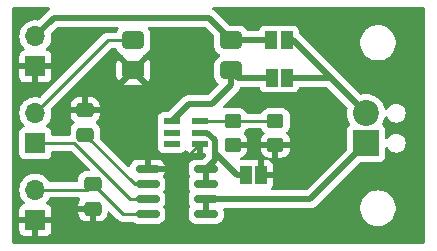
<source format=gtl>
G04 #@! TF.GenerationSoftware,KiCad,Pcbnew,7.0.2*
G04 #@! TF.CreationDate,2023-05-22T14:58:51+02:00*
G04 #@! TF.ProjectId,relaismsofet correctie,72656c61-6973-46d7-936f-66657420636f,rev?*
G04 #@! TF.SameCoordinates,Original*
G04 #@! TF.FileFunction,Copper,L1,Top*
G04 #@! TF.FilePolarity,Positive*
%FSLAX46Y46*%
G04 Gerber Fmt 4.6, Leading zero omitted, Abs format (unit mm)*
G04 Created by KiCad (PCBNEW 7.0.2) date 2023-05-22 14:58:51*
%MOMM*%
%LPD*%
G01*
G04 APERTURE LIST*
G04 Aperture macros list*
%AMRoundRect*
0 Rectangle with rounded corners*
0 $1 Rounding radius*
0 $2 $3 $4 $5 $6 $7 $8 $9 X,Y pos of 4 corners*
0 Add a 4 corners polygon primitive as box body*
4,1,4,$2,$3,$4,$5,$6,$7,$8,$9,$2,$3,0*
0 Add four circle primitives for the rounded corners*
1,1,$1+$1,$2,$3*
1,1,$1+$1,$4,$5*
1,1,$1+$1,$6,$7*
1,1,$1+$1,$8,$9*
0 Add four rect primitives between the rounded corners*
20,1,$1+$1,$2,$3,$4,$5,0*
20,1,$1+$1,$4,$5,$6,$7,0*
20,1,$1+$1,$6,$7,$8,$9,0*
20,1,$1+$1,$8,$9,$2,$3,0*%
G04 Aperture macros list end*
G04 #@! TA.AperFunction,SMDPad,CuDef*
%ADD10R,1.000000X1.500000*%
G04 #@! TD*
G04 #@! TA.AperFunction,SMDPad,CuDef*
%ADD11RoundRect,0.375000X0.575000X0.375000X-0.575000X0.375000X-0.575000X-0.375000X0.575000X-0.375000X0*%
G04 #@! TD*
G04 #@! TA.AperFunction,SMDPad,CuDef*
%ADD12RoundRect,0.041300X-0.643700X-0.253700X0.643700X-0.253700X0.643700X0.253700X-0.643700X0.253700X0*%
G04 #@! TD*
G04 #@! TA.AperFunction,SMDPad,CuDef*
%ADD13RoundRect,0.250000X-0.450000X0.350000X-0.450000X-0.350000X0.450000X-0.350000X0.450000X0.350000X0*%
G04 #@! TD*
G04 #@! TA.AperFunction,SMDPad,CuDef*
%ADD14RoundRect,0.250000X0.475000X-0.337500X0.475000X0.337500X-0.475000X0.337500X-0.475000X-0.337500X0*%
G04 #@! TD*
G04 #@! TA.AperFunction,ComponentPad*
%ADD15R,2.200000X2.200000*%
G04 #@! TD*
G04 #@! TA.AperFunction,ComponentPad*
%ADD16C,2.200000*%
G04 #@! TD*
G04 #@! TA.AperFunction,SMDPad,CuDef*
%ADD17RoundRect,0.250000X-0.475000X0.337500X-0.475000X-0.337500X0.475000X-0.337500X0.475000X0.337500X0*%
G04 #@! TD*
G04 #@! TA.AperFunction,SMDPad,CuDef*
%ADD18RoundRect,0.150000X0.825000X0.150000X-0.825000X0.150000X-0.825000X-0.150000X0.825000X-0.150000X0*%
G04 #@! TD*
G04 #@! TA.AperFunction,ComponentPad*
%ADD19R,1.700000X1.700000*%
G04 #@! TD*
G04 #@! TA.AperFunction,ComponentPad*
%ADD20O,1.700000X1.700000*%
G04 #@! TD*
G04 #@! TA.AperFunction,ViaPad*
%ADD21C,0.800000*%
G04 #@! TD*
G04 #@! TA.AperFunction,Conductor*
%ADD22C,0.500000*%
G04 #@! TD*
G04 #@! TA.AperFunction,Conductor*
%ADD23C,0.250000*%
G04 #@! TD*
G04 APERTURE END LIST*
D10*
X99825000Y-86200000D03*
X101125000Y-86200000D03*
X101975000Y-74800000D03*
X103275000Y-74800000D03*
D11*
X90274996Y-74805000D03*
X90274996Y-77345000D03*
X98574996Y-77345000D03*
X98574996Y-74805000D03*
D10*
X103300000Y-77950000D03*
X102000000Y-77950000D03*
D12*
X93550000Y-81650000D03*
X93550000Y-82600000D03*
X93550000Y-83550000D03*
X95900000Y-83550000D03*
X95900000Y-82600000D03*
X95900000Y-81650000D03*
D13*
X102325000Y-81625000D03*
X102325000Y-83625000D03*
X98725000Y-81625000D03*
X98725000Y-83625000D03*
D14*
X86207600Y-82774700D03*
X86207600Y-80699700D03*
D15*
X110000000Y-83500000D03*
D16*
X110000000Y-80960000D03*
D17*
X86868000Y-86962500D03*
X86868000Y-89037500D03*
D18*
X96450000Y-89505000D03*
X96450000Y-88235000D03*
X96450000Y-86965000D03*
X96450000Y-85695000D03*
X91500000Y-85695000D03*
X91500000Y-86965000D03*
X91500000Y-88235000D03*
X91500000Y-89505000D03*
D19*
X82000000Y-77000000D03*
D20*
X82000000Y-74460000D03*
D19*
X82000000Y-83500000D03*
D20*
X82000000Y-80960000D03*
D19*
X82000000Y-90000000D03*
D20*
X82000000Y-87460000D03*
D21*
X91200000Y-84250000D03*
X103625000Y-86025000D03*
D22*
X103840000Y-74800000D02*
X103275000Y-74800000D01*
X98574996Y-74805000D02*
X101970000Y-74805000D01*
X101970000Y-74805000D02*
X101975000Y-74800000D01*
D23*
X91500000Y-86965000D02*
X90397900Y-86965000D01*
X90397900Y-86965000D02*
X86207600Y-82774700D01*
X94875000Y-84575000D02*
X91525000Y-84575000D01*
X91525000Y-84575000D02*
X91200000Y-84250000D01*
X95900000Y-83550000D02*
X94875000Y-84575000D01*
X91500000Y-89505000D02*
X89410500Y-89505000D01*
X89410500Y-89505000D02*
X86868000Y-86962500D01*
X86370500Y-87460000D02*
X82000000Y-87460000D01*
X86868000Y-86962500D02*
X86370500Y-87460000D01*
X88145000Y-74805000D02*
X90274996Y-74805000D01*
X82000000Y-80960000D02*
X82000000Y-80950000D01*
X82000000Y-80950000D02*
X88145000Y-74805000D01*
X85307227Y-83500000D02*
X82000000Y-83500000D01*
X91500000Y-88235000D02*
X90042227Y-88235000D01*
X90042227Y-88235000D02*
X85307227Y-83500000D01*
D22*
X103840000Y-74800000D02*
X110000000Y-80960000D01*
X96669996Y-72900000D02*
X98574996Y-74805000D01*
X83560000Y-72900000D02*
X96669996Y-72900000D01*
X103300000Y-77950000D02*
X106990000Y-77950000D01*
X82000000Y-74460000D02*
X83560000Y-72900000D01*
X106990000Y-77950000D02*
X110000000Y-80960000D01*
X96450000Y-89505000D02*
X96450000Y-88235000D01*
X105265000Y-88235000D02*
X96450000Y-88235000D01*
X110000000Y-83500000D02*
X105265000Y-88235000D01*
X96450000Y-85695000D02*
X97200000Y-84945000D01*
X97200000Y-83257797D02*
X96542203Y-82600000D01*
X96542203Y-82600000D02*
X95900000Y-82600000D01*
X97200000Y-84945000D02*
X97200000Y-83257797D01*
X99825000Y-86200000D02*
X99075000Y-86200000D01*
X99075000Y-86200000D02*
X97200000Y-84325000D01*
X96450000Y-86965000D02*
X96450000Y-85695000D01*
X97200000Y-84325000D02*
X97200000Y-83257797D01*
X99179996Y-77950000D02*
X98574996Y-77345000D01*
X98574996Y-78600004D02*
X98574996Y-77345000D01*
X95000000Y-80200000D02*
X96975000Y-80200000D01*
X93550000Y-81650000D02*
X95000000Y-80200000D01*
X96975000Y-80200000D02*
X98574996Y-78600004D01*
X102000000Y-77950000D02*
X99179996Y-77950000D01*
D23*
X102325000Y-81625000D02*
X98725000Y-81625000D01*
X95900000Y-81650000D02*
X98700000Y-81650000D01*
X98700000Y-81650000D02*
X98725000Y-81625000D01*
G04 #@! TA.AperFunction,Conductor*
G36*
X83200149Y-72020185D02*
G01*
X83245904Y-72072989D01*
X83255848Y-72142147D01*
X83226823Y-72205703D01*
X83201248Y-72228101D01*
X83153901Y-72259241D01*
X83150861Y-72261178D01*
X83085359Y-72301580D01*
X83069916Y-72314160D01*
X83017052Y-72370191D01*
X83014541Y-72372776D01*
X82306176Y-73081141D01*
X82244853Y-73114626D01*
X82198087Y-73115769D01*
X82112570Y-73101500D01*
X82112569Y-73101500D01*
X81887431Y-73101500D01*
X81665363Y-73138556D01*
X81452427Y-73211657D01*
X81254424Y-73318811D01*
X81076760Y-73457094D01*
X80924279Y-73622730D01*
X80801138Y-73811211D01*
X80716272Y-74004689D01*
X80710704Y-74017384D01*
X80671553Y-74171987D01*
X80655435Y-74235636D01*
X80636843Y-74460000D01*
X80655435Y-74684363D01*
X80655435Y-74684366D01*
X80655436Y-74684368D01*
X80703879Y-74875665D01*
X80710705Y-74902618D01*
X80801138Y-75108788D01*
X80801140Y-75108791D01*
X80924278Y-75297268D01*
X81056901Y-75441334D01*
X81075706Y-75461761D01*
X81106629Y-75524416D01*
X81098769Y-75593842D01*
X81054622Y-75647998D01*
X81027811Y-75661927D01*
X80907911Y-75706647D01*
X80792811Y-75792811D01*
X80706647Y-75907910D01*
X80656400Y-76042628D01*
X80650354Y-76098867D01*
X80650000Y-76105481D01*
X80650000Y-76750000D01*
X81566314Y-76750000D01*
X81540507Y-76790156D01*
X81500000Y-76928111D01*
X81500000Y-77071889D01*
X81540507Y-77209844D01*
X81566314Y-77250000D01*
X80650000Y-77250000D01*
X80650000Y-77894518D01*
X80650354Y-77901132D01*
X80656400Y-77957371D01*
X80706647Y-78092089D01*
X80792811Y-78207188D01*
X80907910Y-78293352D01*
X81042628Y-78343599D01*
X81098867Y-78349645D01*
X81105482Y-78350000D01*
X81750000Y-78350000D01*
X81750000Y-77435501D01*
X81857685Y-77484680D01*
X81964237Y-77500000D01*
X82035763Y-77500000D01*
X82142315Y-77484680D01*
X82250000Y-77435501D01*
X82250000Y-78350000D01*
X82894518Y-78350000D01*
X82901132Y-78349645D01*
X82957371Y-78343599D01*
X83092089Y-78293352D01*
X83207188Y-78207188D01*
X83293352Y-78092089D01*
X83343599Y-77957371D01*
X83349645Y-77901132D01*
X83350000Y-77894518D01*
X83350000Y-77250000D01*
X82433686Y-77250000D01*
X82459493Y-77209844D01*
X82500000Y-77071889D01*
X82500000Y-76928111D01*
X82459493Y-76790156D01*
X82433686Y-76750000D01*
X83350000Y-76750000D01*
X83350000Y-76105481D01*
X83349645Y-76098867D01*
X83343599Y-76042628D01*
X83293352Y-75907910D01*
X83207188Y-75792811D01*
X83092089Y-75706647D01*
X82972188Y-75661927D01*
X82916255Y-75620055D01*
X82891838Y-75554591D01*
X82906690Y-75486318D01*
X82924289Y-75461766D01*
X83075722Y-75297268D01*
X83198860Y-75108791D01*
X83289296Y-74902616D01*
X83344564Y-74684368D01*
X83363156Y-74460000D01*
X83345674Y-74249029D01*
X83359754Y-74180595D01*
X83381565Y-74151114D01*
X83837861Y-73694819D01*
X83899185Y-73661334D01*
X83925543Y-73658500D01*
X88927921Y-73658500D01*
X88994960Y-73678185D01*
X89040715Y-73730989D01*
X89050659Y-73800147D01*
X89024287Y-73860536D01*
X88954949Y-73946160D01*
X88874630Y-74103795D01*
X88826655Y-74154591D01*
X88764145Y-74171500D01*
X88228628Y-74171500D01*
X88207892Y-74169211D01*
X88205091Y-74169299D01*
X88137001Y-74171439D01*
X88133106Y-74171500D01*
X88105144Y-74171500D01*
X88101290Y-74171986D01*
X88101283Y-74171987D01*
X88101025Y-74172020D01*
X88089402Y-74172934D01*
X88045110Y-74174326D01*
X88025507Y-74180022D01*
X88006455Y-74183967D01*
X87986199Y-74186526D01*
X87944997Y-74202838D01*
X87933951Y-74206621D01*
X87891402Y-74218983D01*
X87873831Y-74229374D01*
X87856370Y-74237929D01*
X87837383Y-74245447D01*
X87801542Y-74271487D01*
X87791780Y-74277899D01*
X87753639Y-74300455D01*
X87739196Y-74314898D01*
X87724409Y-74327527D01*
X87707892Y-74339528D01*
X87679652Y-74373663D01*
X87671792Y-74382301D01*
X82449102Y-79604991D01*
X82387779Y-79638476D01*
X82341012Y-79639619D01*
X82112569Y-79601500D01*
X81887431Y-79601500D01*
X81665363Y-79638556D01*
X81452427Y-79711657D01*
X81254424Y-79818811D01*
X81076760Y-79957094D01*
X80924279Y-80122730D01*
X80801138Y-80311211D01*
X80711091Y-80516501D01*
X80710704Y-80517384D01*
X80670544Y-80675971D01*
X80655435Y-80735636D01*
X80636843Y-80960000D01*
X80655435Y-81184363D01*
X80655435Y-81184366D01*
X80655436Y-81184368D01*
X80699141Y-81356956D01*
X80710705Y-81402618D01*
X80801138Y-81608788D01*
X80924281Y-81797273D01*
X81069489Y-81955009D01*
X81100412Y-82017663D01*
X81092552Y-82087089D01*
X81048405Y-82141245D01*
X81021595Y-82155173D01*
X80903795Y-82199111D01*
X80786738Y-82286738D01*
X80699110Y-82403796D01*
X80648011Y-82540794D01*
X80644438Y-82574030D01*
X80641500Y-82601362D01*
X80641500Y-84398638D01*
X80641852Y-84401918D01*
X80641853Y-84401924D01*
X80648011Y-84459205D01*
X80699110Y-84596203D01*
X80786738Y-84713261D01*
X80903796Y-84800889D01*
X81040794Y-84851988D01*
X81040797Y-84851988D01*
X81040799Y-84851989D01*
X81101362Y-84858500D01*
X81104672Y-84858500D01*
X82895328Y-84858500D01*
X82898638Y-84858500D01*
X82959201Y-84851989D01*
X82959203Y-84851988D01*
X82959205Y-84851988D01*
X83037124Y-84822924D01*
X83096204Y-84800889D01*
X83213261Y-84713261D01*
X83300889Y-84596204D01*
X83322924Y-84537124D01*
X83351988Y-84459205D01*
X83351988Y-84459203D01*
X83351989Y-84459201D01*
X83358500Y-84398638D01*
X83358500Y-84257500D01*
X83378185Y-84190461D01*
X83430989Y-84144706D01*
X83482500Y-84133500D01*
X84993461Y-84133500D01*
X85060500Y-84153185D01*
X85081142Y-84169819D01*
X86566142Y-85654819D01*
X86599627Y-85716142D01*
X86594643Y-85785834D01*
X86552771Y-85841767D01*
X86487307Y-85866184D01*
X86478462Y-85866500D01*
X86345605Y-85866500D01*
X86345585Y-85866500D01*
X86342456Y-85866501D01*
X86339325Y-85866820D01*
X86339321Y-85866821D01*
X86238574Y-85877112D01*
X86070263Y-85932884D01*
X85919345Y-86025971D01*
X85793971Y-86151345D01*
X85700884Y-86302263D01*
X85645112Y-86470573D01*
X85634819Y-86571324D01*
X85634818Y-86571341D01*
X85634500Y-86574455D01*
X85634500Y-86577601D01*
X85634500Y-86577602D01*
X85634500Y-86702500D01*
X85614815Y-86769539D01*
X85562011Y-86815294D01*
X85510500Y-86826500D01*
X83275956Y-86826500D01*
X83208917Y-86806815D01*
X83172147Y-86770321D01*
X83075723Y-86622732D01*
X82999481Y-86539913D01*
X82923240Y-86457094D01*
X82745576Y-86318811D01*
X82547574Y-86211658D01*
X82547573Y-86211657D01*
X82547572Y-86211657D01*
X82334636Y-86138556D01*
X82112569Y-86101500D01*
X81887431Y-86101500D01*
X81665363Y-86138556D01*
X81452427Y-86211657D01*
X81254424Y-86318811D01*
X81076760Y-86457094D01*
X80924279Y-86622730D01*
X80801138Y-86811211D01*
X80717485Y-87001924D01*
X80710704Y-87017384D01*
X80669763Y-87179056D01*
X80655435Y-87235636D01*
X80636843Y-87460000D01*
X80655435Y-87684363D01*
X80655435Y-87684366D01*
X80655436Y-87684368D01*
X80687715Y-87811836D01*
X80710705Y-87902618D01*
X80801138Y-88108788D01*
X80801140Y-88108791D01*
X80924277Y-88297267D01*
X80924279Y-88297269D01*
X81075706Y-88461761D01*
X81106629Y-88524416D01*
X81098769Y-88593842D01*
X81054622Y-88647998D01*
X81027811Y-88661927D01*
X80907911Y-88706647D01*
X80792811Y-88792811D01*
X80706647Y-88907910D01*
X80656400Y-89042628D01*
X80650354Y-89098867D01*
X80650000Y-89105481D01*
X80650000Y-89750000D01*
X81566314Y-89750000D01*
X81540507Y-89790156D01*
X81500000Y-89928111D01*
X81500000Y-90071889D01*
X81540507Y-90209844D01*
X81566314Y-90250000D01*
X80650000Y-90250000D01*
X80650000Y-90894518D01*
X80650354Y-90901132D01*
X80656400Y-90957371D01*
X80706647Y-91092089D01*
X80792811Y-91207188D01*
X80907910Y-91293352D01*
X81042628Y-91343599D01*
X81098867Y-91349645D01*
X81105482Y-91350000D01*
X81750000Y-91350000D01*
X81750000Y-90435501D01*
X81857685Y-90484680D01*
X81964237Y-90500000D01*
X82035763Y-90500000D01*
X82142315Y-90484680D01*
X82250000Y-90435501D01*
X82250000Y-91350000D01*
X82894518Y-91350000D01*
X82901132Y-91349645D01*
X82957371Y-91343599D01*
X83092089Y-91293352D01*
X83207188Y-91207188D01*
X83293352Y-91092089D01*
X83343599Y-90957371D01*
X83349645Y-90901132D01*
X83350000Y-90894518D01*
X83350000Y-90250000D01*
X82433686Y-90250000D01*
X82459493Y-90209844D01*
X82500000Y-90071889D01*
X82500000Y-89928111D01*
X82459493Y-89790156D01*
X82433686Y-89750000D01*
X83350000Y-89750000D01*
X83350000Y-89287500D01*
X85643001Y-89287500D01*
X85643001Y-89421829D01*
X85643321Y-89428111D01*
X85653493Y-89527695D01*
X85708642Y-89694122D01*
X85800683Y-89843345D01*
X85924654Y-89967316D01*
X86073877Y-90059357D01*
X86240303Y-90114506D01*
X86339890Y-90124680D01*
X86346168Y-90124999D01*
X86617999Y-90124999D01*
X86618000Y-90124998D01*
X86618000Y-89287500D01*
X85643001Y-89287500D01*
X83350000Y-89287500D01*
X83350000Y-89105481D01*
X83349645Y-89098867D01*
X83343599Y-89042628D01*
X83293352Y-88907910D01*
X83207188Y-88792811D01*
X83092089Y-88706647D01*
X82972188Y-88661927D01*
X82916255Y-88620055D01*
X82891838Y-88554591D01*
X82906690Y-88486318D01*
X82924289Y-88461766D01*
X83075722Y-88297268D01*
X83116308Y-88235147D01*
X83172147Y-88149679D01*
X83225294Y-88104322D01*
X83275956Y-88093500D01*
X85663724Y-88093500D01*
X85730763Y-88113185D01*
X85776518Y-88165989D01*
X85786462Y-88235147D01*
X85769263Y-88282597D01*
X85708641Y-88380879D01*
X85653493Y-88547303D01*
X85643319Y-88646890D01*
X85643000Y-88653168D01*
X85643000Y-88787500D01*
X86994000Y-88787500D01*
X87061039Y-88807185D01*
X87106794Y-88859989D01*
X87118000Y-88911500D01*
X87118000Y-90124999D01*
X87389829Y-90124999D01*
X87396111Y-90124678D01*
X87495695Y-90114506D01*
X87662122Y-90059357D01*
X87811345Y-89967316D01*
X87935316Y-89843345D01*
X88027357Y-89694122D01*
X88082506Y-89527696D01*
X88092680Y-89428109D01*
X88092999Y-89421833D01*
X88092999Y-89382769D01*
X88112682Y-89315729D01*
X88165485Y-89269973D01*
X88234643Y-89260028D01*
X88298200Y-89289051D01*
X88304680Y-89295085D01*
X88903412Y-89893817D01*
X88916456Y-89910098D01*
X88918499Y-89912016D01*
X88918500Y-89912018D01*
X88968184Y-89958674D01*
X88970948Y-89961353D01*
X88990730Y-89981135D01*
X88993806Y-89983521D01*
X88994003Y-89983674D01*
X89002872Y-89991249D01*
X89035179Y-90021586D01*
X89053064Y-90031418D01*
X89069325Y-90042099D01*
X89085459Y-90054614D01*
X89126125Y-90072210D01*
X89136612Y-90077348D01*
X89175440Y-90098695D01*
X89195208Y-90103770D01*
X89213619Y-90110073D01*
X89232355Y-90118181D01*
X89276126Y-90125113D01*
X89287541Y-90127477D01*
X89330470Y-90138500D01*
X89350884Y-90138500D01*
X89370283Y-90140027D01*
X89390443Y-90143220D01*
X89434556Y-90139050D01*
X89446226Y-90138500D01*
X90175877Y-90138500D01*
X90242916Y-90158185D01*
X90263558Y-90174819D01*
X90268191Y-90179452D01*
X90411399Y-90264145D01*
X90571165Y-90310561D01*
X90571169Y-90310562D01*
X90608498Y-90313500D01*
X90610943Y-90313500D01*
X92389057Y-90313500D01*
X92391502Y-90313500D01*
X92428831Y-90310562D01*
X92588601Y-90264145D01*
X92731807Y-90179453D01*
X92849453Y-90061807D01*
X92934145Y-89918601D01*
X92980562Y-89758831D01*
X92983500Y-89721502D01*
X92983500Y-89288498D01*
X92980562Y-89251169D01*
X92934145Y-89091399D01*
X92934144Y-89091398D01*
X92841479Y-88934709D01*
X92845197Y-88932509D01*
X92825464Y-88896396D01*
X92830427Y-88826703D01*
X92843441Y-88806451D01*
X92841479Y-88805291D01*
X92880748Y-88738890D01*
X92934145Y-88648601D01*
X92980562Y-88488831D01*
X92983500Y-88451502D01*
X92983500Y-88018498D01*
X92980562Y-87981169D01*
X92957740Y-87902616D01*
X92934145Y-87821399D01*
X92841479Y-87664709D01*
X92845197Y-87662509D01*
X92825464Y-87626396D01*
X92830427Y-87556703D01*
X92843441Y-87536451D01*
X92841479Y-87535291D01*
X92890743Y-87451989D01*
X92934145Y-87378601D01*
X92980562Y-87218831D01*
X92983500Y-87181502D01*
X92983500Y-86748498D01*
X92980562Y-86711169D01*
X92978043Y-86702500D01*
X92934145Y-86551399D01*
X92841479Y-86394709D01*
X92843134Y-86393729D01*
X92819446Y-86350347D01*
X92824430Y-86280655D01*
X92836866Y-86261316D01*
X92834709Y-86260040D01*
X92926280Y-86105200D01*
X92972099Y-85947488D01*
X92972295Y-85945000D01*
X91374000Y-85945000D01*
X91306961Y-85925315D01*
X91261206Y-85872511D01*
X91250000Y-85821000D01*
X91250000Y-84895000D01*
X91750000Y-84895000D01*
X91750000Y-85445000D01*
X92972295Y-85445000D01*
X92972295Y-85444999D01*
X92972099Y-85442511D01*
X92926280Y-85284799D01*
X92842682Y-85143442D01*
X92726557Y-85027317D01*
X92585197Y-84943717D01*
X92427493Y-84897900D01*
X92393076Y-84895191D01*
X92388197Y-84895000D01*
X91750000Y-84895000D01*
X91250000Y-84895000D01*
X90611803Y-84895000D01*
X90606923Y-84895191D01*
X90572506Y-84897900D01*
X90414802Y-84943717D01*
X90273442Y-85027317D01*
X90157317Y-85143442D01*
X90073717Y-85284802D01*
X90028632Y-85439985D01*
X89991026Y-85498871D01*
X89927553Y-85528077D01*
X89858366Y-85518331D01*
X89821875Y-85493071D01*
X87477418Y-83148614D01*
X87443933Y-83087291D01*
X87441099Y-83060933D01*
X87441099Y-82389804D01*
X87441099Y-82389802D01*
X87441099Y-82386656D01*
X87430487Y-82282774D01*
X87374715Y-82114462D01*
X87281630Y-81963548D01*
X87281629Y-81963547D01*
X87281628Y-81963545D01*
X87156251Y-81838168D01*
X87155563Y-81837744D01*
X87153201Y-81835118D01*
X87146004Y-81827921D01*
X87146384Y-81827540D01*
X87108838Y-81785796D01*
X87097617Y-81716833D01*
X87125460Y-81652751D01*
X87142308Y-81638153D01*
X87274916Y-81505545D01*
X87366957Y-81356322D01*
X87422106Y-81189896D01*
X87432280Y-81090309D01*
X87432600Y-81084031D01*
X87432600Y-80949700D01*
X84982601Y-80949700D01*
X84982601Y-81084029D01*
X84982921Y-81090311D01*
X84993093Y-81189895D01*
X85048242Y-81356322D01*
X85140283Y-81505545D01*
X85274504Y-81639766D01*
X85272878Y-81641391D01*
X85306359Y-81678612D01*
X85317583Y-81747575D01*
X85289741Y-81811658D01*
X85259640Y-81837742D01*
X85258948Y-81838168D01*
X85133571Y-81963545D01*
X85040484Y-82114463D01*
X84984712Y-82282773D01*
X84974419Y-82383524D01*
X84974418Y-82383541D01*
X84974100Y-82386655D01*
X84974100Y-82604671D01*
X84974101Y-82742500D01*
X84954417Y-82809539D01*
X84901613Y-82855294D01*
X84850101Y-82866500D01*
X83482500Y-82866500D01*
X83415461Y-82846815D01*
X83369706Y-82794011D01*
X83358500Y-82742500D01*
X83358500Y-82604671D01*
X83358500Y-82601362D01*
X83351989Y-82540799D01*
X83351988Y-82540797D01*
X83351988Y-82540794D01*
X83300889Y-82403796D01*
X83213261Y-82286738D01*
X83096203Y-82199110D01*
X82978405Y-82155173D01*
X82922471Y-82113302D01*
X82898055Y-82047837D01*
X82912907Y-81979564D01*
X82930507Y-81955011D01*
X83075722Y-81797268D01*
X83198860Y-81608791D01*
X83289296Y-81402616D01*
X83344564Y-81184368D01*
X83363156Y-80960000D01*
X83344564Y-80735632D01*
X83314516Y-80616981D01*
X83317142Y-80547161D01*
X83347040Y-80498862D01*
X83396202Y-80449700D01*
X84982600Y-80449700D01*
X85957600Y-80449700D01*
X85957600Y-79612200D01*
X86457600Y-79612200D01*
X86457600Y-80449700D01*
X87432599Y-80449700D01*
X87432599Y-80315370D01*
X87432278Y-80309088D01*
X87422106Y-80209504D01*
X87366957Y-80043077D01*
X87274916Y-79893854D01*
X87150945Y-79769883D01*
X87001722Y-79677842D01*
X86835296Y-79622693D01*
X86735709Y-79612519D01*
X86729432Y-79612200D01*
X86457600Y-79612200D01*
X85957600Y-79612200D01*
X85685771Y-79612200D01*
X85679488Y-79612521D01*
X85579904Y-79622693D01*
X85413477Y-79677842D01*
X85264254Y-79769883D01*
X85140283Y-79893854D01*
X85048242Y-80043077D01*
X84993093Y-80209503D01*
X84982919Y-80309090D01*
X84982600Y-80315368D01*
X84982600Y-80449700D01*
X83396202Y-80449700D01*
X85293579Y-78552324D01*
X89421224Y-78552324D01*
X89581171Y-78592103D01*
X89621804Y-78594858D01*
X89625996Y-78595000D01*
X90923996Y-78595000D01*
X90928187Y-78594858D01*
X90968819Y-78592103D01*
X91128766Y-78552323D01*
X90274997Y-77698553D01*
X90274996Y-77698553D01*
X89421224Y-78552323D01*
X89421224Y-78552324D01*
X85293579Y-78552324D01*
X86051903Y-77794000D01*
X88824996Y-77794000D01*
X88825137Y-77798191D01*
X88827892Y-77838819D01*
X88873827Y-78023521D01*
X88958389Y-78194027D01*
X89009202Y-78257240D01*
X89921443Y-77345000D01*
X90628549Y-77345000D01*
X91540788Y-78257240D01*
X91540789Y-78257239D01*
X91591603Y-78194026D01*
X91676164Y-78023523D01*
X91722099Y-77838819D01*
X91724854Y-77798191D01*
X91724996Y-77794000D01*
X91724996Y-76895999D01*
X91724854Y-76891808D01*
X91722099Y-76851180D01*
X91676164Y-76666478D01*
X91591602Y-76495972D01*
X91540789Y-76432759D01*
X90628549Y-77344999D01*
X90628549Y-77345000D01*
X89921443Y-77345000D01*
X89009201Y-76432758D01*
X88958389Y-76495972D01*
X88873827Y-76666478D01*
X88827892Y-76851180D01*
X88825137Y-76891808D01*
X88824996Y-76895999D01*
X88824996Y-77794000D01*
X86051903Y-77794000D01*
X88371084Y-75474819D01*
X88432408Y-75441334D01*
X88458766Y-75438500D01*
X88764145Y-75438500D01*
X88831184Y-75458185D01*
X88874630Y-75506205D01*
X88919284Y-75593842D01*
X88954949Y-75663839D01*
X89071826Y-75808170D01*
X89216157Y-75925047D01*
X89357231Y-75996928D01*
X89408027Y-76044903D01*
X89424822Y-76112724D01*
X89420923Y-76137373D01*
X90274996Y-76991446D01*
X90274997Y-76991446D01*
X91129630Y-76136810D01*
X91130607Y-76070724D01*
X91169246Y-76012510D01*
X91192756Y-75996930D01*
X91333835Y-75925047D01*
X91478166Y-75808170D01*
X91595043Y-75663839D01*
X91679358Y-75498362D01*
X91727426Y-75318971D01*
X91733496Y-75241843D01*
X91733495Y-74368158D01*
X91727426Y-74291029D01*
X91679358Y-74111638D01*
X91595043Y-73946161D01*
X91525704Y-73860535D01*
X91498813Y-73796048D01*
X91511055Y-73727259D01*
X91558544Y-73676009D01*
X91622071Y-73658500D01*
X96304453Y-73658500D01*
X96371492Y-73678185D01*
X96392134Y-73694819D01*
X97080177Y-74382862D01*
X97113662Y-74444185D01*
X97116496Y-74470543D01*
X97116496Y-75239420D01*
X97116496Y-75239445D01*
X97116497Y-75241842D01*
X97116685Y-75244233D01*
X97116686Y-75244254D01*
X97122566Y-75318971D01*
X97170633Y-75498361D01*
X97240759Y-75635989D01*
X97254949Y-75663839D01*
X97371826Y-75808170D01*
X97516157Y-75925047D01*
X97588007Y-75961656D01*
X97593617Y-75964515D01*
X97644413Y-76012490D01*
X97661208Y-76080311D01*
X97638670Y-76146446D01*
X97593617Y-76185485D01*
X97516156Y-76224953D01*
X97371826Y-76341830D01*
X97254949Y-76486160D01*
X97170633Y-76651637D01*
X97122566Y-76831029D01*
X97116687Y-76905722D01*
X97116686Y-76905738D01*
X97116496Y-76908157D01*
X97116496Y-76910601D01*
X97116496Y-76910602D01*
X97116496Y-77779420D01*
X97116496Y-77779445D01*
X97116497Y-77781842D01*
X97116685Y-77784233D01*
X97116686Y-77784254D01*
X97122566Y-77858971D01*
X97170633Y-78038361D01*
X97254949Y-78203839D01*
X97368124Y-78343599D01*
X97371827Y-78348171D01*
X97476053Y-78432571D01*
X97515765Y-78490058D01*
X97518093Y-78559888D01*
X97485699Y-78616618D01*
X96697138Y-79405181D01*
X96635815Y-79438666D01*
X96609457Y-79441500D01*
X95064295Y-79441500D01*
X95046325Y-79440191D01*
X95032233Y-79438127D01*
X95022211Y-79436659D01*
X95022210Y-79436659D01*
X94972274Y-79441028D01*
X94961467Y-79441500D01*
X94955820Y-79441500D01*
X94952258Y-79441916D01*
X94952246Y-79441917D01*
X94924682Y-79445139D01*
X94921097Y-79445505D01*
X94844419Y-79452214D01*
X94824973Y-79456524D01*
X94752652Y-79482847D01*
X94749249Y-79484030D01*
X94676160Y-79508250D01*
X94658239Y-79516925D01*
X94593901Y-79559241D01*
X94590861Y-79561178D01*
X94525359Y-79601580D01*
X94509916Y-79614160D01*
X94457052Y-79670191D01*
X94454541Y-79672776D01*
X93317138Y-80810181D01*
X93255815Y-80843666D01*
X93229457Y-80846500D01*
X92863256Y-80846500D01*
X92859591Y-80846940D01*
X92859592Y-80846940D01*
X92774899Y-80857110D01*
X92634305Y-80912554D01*
X92513877Y-81003877D01*
X92422554Y-81124305D01*
X92367110Y-81264899D01*
X92367110Y-81264903D01*
X92356500Y-81353256D01*
X92356500Y-81946744D01*
X92356940Y-81950407D01*
X92367110Y-82035100D01*
X92384623Y-82079508D01*
X92390905Y-82149094D01*
X92384624Y-82170486D01*
X92367110Y-82214898D01*
X92357996Y-82290799D01*
X92356500Y-82303256D01*
X92356500Y-82896744D01*
X92356940Y-82900407D01*
X92367110Y-82985099D01*
X92384624Y-83029511D01*
X92390905Y-83099098D01*
X92384624Y-83120489D01*
X92367110Y-83164900D01*
X92361260Y-83213617D01*
X92356500Y-83253256D01*
X92356500Y-83846744D01*
X92356940Y-83850407D01*
X92367110Y-83935100D01*
X92421152Y-84072138D01*
X92422555Y-84075696D01*
X92453664Y-84116718D01*
X92513877Y-84196122D01*
X92552999Y-84225789D01*
X92634304Y-84287445D01*
X92673214Y-84302789D01*
X92774899Y-84342889D01*
X92774901Y-84342889D01*
X92774903Y-84342890D01*
X92863256Y-84353500D01*
X92866956Y-84353500D01*
X94233044Y-84353500D01*
X94236744Y-84353500D01*
X94325097Y-84342890D01*
X94465696Y-84287445D01*
X94586122Y-84196122D01*
X94631530Y-84136243D01*
X94687721Y-84094721D01*
X94757442Y-84090169D01*
X94818556Y-84124033D01*
X94829136Y-84136243D01*
X94869943Y-84190054D01*
X94988510Y-84279966D01*
X95126931Y-84334553D01*
X95210258Y-84344559D01*
X95217622Y-84345000D01*
X95650000Y-84345000D01*
X95650000Y-83527500D01*
X95669685Y-83460461D01*
X95722489Y-83414706D01*
X95774000Y-83403500D01*
X96026000Y-83403500D01*
X96093039Y-83423185D01*
X96138794Y-83475989D01*
X96150000Y-83527500D01*
X96150000Y-84345000D01*
X96317499Y-84345000D01*
X96384538Y-84364685D01*
X96430293Y-84417489D01*
X96441499Y-84469000D01*
X96441499Y-84579457D01*
X96421814Y-84646496D01*
X96405180Y-84667138D01*
X96222138Y-84850181D01*
X96160815Y-84883666D01*
X96134457Y-84886500D01*
X95558498Y-84886500D01*
X95556077Y-84886690D01*
X95556065Y-84886691D01*
X95521165Y-84889438D01*
X95361399Y-84935854D01*
X95218191Y-85020547D01*
X95100547Y-85138191D01*
X95015854Y-85281399D01*
X94969438Y-85441165D01*
X94969137Y-85444999D01*
X94966500Y-85478498D01*
X94966500Y-85911502D01*
X94966690Y-85913923D01*
X94966691Y-85913934D01*
X94969438Y-85948834D01*
X95015854Y-86108600D01*
X95108521Y-86265291D01*
X95104802Y-86267490D01*
X95124543Y-86303642D01*
X95119559Y-86373334D01*
X95106565Y-86393552D01*
X95108521Y-86394709D01*
X95015854Y-86551399D01*
X94969438Y-86711165D01*
X94968424Y-86724058D01*
X94966500Y-86748498D01*
X94966500Y-87181502D01*
X94966690Y-87183923D01*
X94966691Y-87183934D01*
X94969438Y-87218834D01*
X95015854Y-87378600D01*
X95015855Y-87378601D01*
X95096457Y-87514892D01*
X95108521Y-87535290D01*
X95104804Y-87537488D01*
X95124552Y-87573680D01*
X95119545Y-87643370D01*
X95106571Y-87663557D01*
X95108521Y-87664710D01*
X95015854Y-87821399D01*
X94969438Y-87981165D01*
X94969438Y-87981169D01*
X94966500Y-88018498D01*
X94966500Y-88451502D01*
X94966690Y-88453923D01*
X94966691Y-88453934D01*
X94969438Y-88488834D01*
X95015854Y-88648600D01*
X95108521Y-88805291D01*
X95104802Y-88807490D01*
X95124543Y-88843642D01*
X95119559Y-88913334D01*
X95106568Y-88933555D01*
X95108521Y-88934710D01*
X95015854Y-89091399D01*
X94969438Y-89251165D01*
X94968741Y-89260028D01*
X94966500Y-89288498D01*
X94966500Y-89721502D01*
X94966690Y-89723923D01*
X94966691Y-89723934D01*
X94969438Y-89758834D01*
X95015854Y-89918600D01*
X95100547Y-90061808D01*
X95218191Y-90179452D01*
X95361399Y-90264145D01*
X95521165Y-90310561D01*
X95521169Y-90310562D01*
X95558498Y-90313500D01*
X95560943Y-90313500D01*
X97339057Y-90313500D01*
X97341502Y-90313500D01*
X97378831Y-90310562D01*
X97538601Y-90264145D01*
X97681807Y-90179453D01*
X97799453Y-90061807D01*
X97884145Y-89918601D01*
X97930562Y-89758831D01*
X97933500Y-89721502D01*
X97933500Y-89288498D01*
X97930562Y-89251169D01*
X97901779Y-89152095D01*
X97901858Y-89124334D01*
X109499500Y-89124334D01*
X109540429Y-89369615D01*
X109621170Y-89604805D01*
X109621172Y-89604810D01*
X109739526Y-89823509D01*
X109739529Y-89823514D01*
X109866975Y-89987255D01*
X109892262Y-90019744D01*
X110075215Y-90188164D01*
X110283393Y-90324173D01*
X110511119Y-90424063D01*
X110752179Y-90485108D01*
X110937933Y-90500500D01*
X110940503Y-90500500D01*
X111059497Y-90500500D01*
X111062067Y-90500500D01*
X111247821Y-90485108D01*
X111488881Y-90424063D01*
X111716607Y-90324173D01*
X111924785Y-90188164D01*
X112107738Y-90019744D01*
X112260474Y-89823509D01*
X112378828Y-89604810D01*
X112459571Y-89369614D01*
X112500500Y-89124335D01*
X112500500Y-88875665D01*
X112459571Y-88630386D01*
X112378828Y-88395190D01*
X112260474Y-88176491D01*
X112260471Y-88176487D01*
X112260470Y-88176485D01*
X112135609Y-88016065D01*
X112107738Y-87980256D01*
X111924785Y-87811836D01*
X111716607Y-87675827D01*
X111716604Y-87675825D01*
X111591523Y-87620960D01*
X111488881Y-87575937D01*
X111275128Y-87521807D01*
X111247822Y-87514892D01*
X111213854Y-87512077D01*
X111062067Y-87499500D01*
X110937933Y-87499500D01*
X110820111Y-87509262D01*
X110752177Y-87514892D01*
X110630087Y-87545810D01*
X110511119Y-87575937D01*
X110511116Y-87575938D01*
X110511117Y-87575938D01*
X110283395Y-87675825D01*
X110144607Y-87766499D01*
X110075215Y-87811836D01*
X109976600Y-87902618D01*
X109892259Y-87980259D01*
X109739529Y-88176485D01*
X109621170Y-88395194D01*
X109540429Y-88630384D01*
X109499500Y-88875665D01*
X109499500Y-89124334D01*
X97901858Y-89124334D01*
X97901978Y-89082225D01*
X97939920Y-89023555D01*
X98003559Y-88994712D01*
X98020855Y-88993500D01*
X105200706Y-88993500D01*
X105218676Y-88994809D01*
X105222114Y-88995312D01*
X105242789Y-88998341D01*
X105292726Y-88993971D01*
X105303533Y-88993500D01*
X105305571Y-88993500D01*
X105309180Y-88993500D01*
X105340370Y-88989853D01*
X105343851Y-88989498D01*
X105419426Y-88982887D01*
X105419429Y-88982885D01*
X105420594Y-88982784D01*
X105440015Y-88978478D01*
X105441110Y-88978079D01*
X105441113Y-88978079D01*
X105512414Y-88952126D01*
X105515708Y-88950981D01*
X105587738Y-88927114D01*
X105587742Y-88927111D01*
X105588863Y-88926740D01*
X105606751Y-88918080D01*
X105616755Y-88911500D01*
X105671103Y-88875753D01*
X105674129Y-88873826D01*
X105682764Y-88868500D01*
X105738651Y-88834030D01*
X105738655Y-88834025D01*
X105739650Y-88833412D01*
X105755069Y-88820853D01*
X105755870Y-88820003D01*
X105755874Y-88820001D01*
X105807962Y-88764789D01*
X105810408Y-88762271D01*
X109427861Y-85144819D01*
X109489185Y-85111334D01*
X109515543Y-85108500D01*
X111145328Y-85108500D01*
X111148638Y-85108500D01*
X111209201Y-85101989D01*
X111209203Y-85101988D01*
X111209205Y-85101988D01*
X111287124Y-85072924D01*
X111346204Y-85050889D01*
X111463261Y-84963261D01*
X111550889Y-84846204D01*
X111586872Y-84749732D01*
X111601988Y-84709205D01*
X111601988Y-84709203D01*
X111601989Y-84709201D01*
X111608500Y-84648638D01*
X111608500Y-83952548D01*
X111628185Y-83885509D01*
X111680989Y-83839754D01*
X111750147Y-83829810D01*
X111813703Y-83858835D01*
X111837492Y-83886574D01*
X111867983Y-83935100D01*
X111910185Y-84002264D01*
X112037735Y-84129814D01*
X112037737Y-84129815D01*
X112037738Y-84129816D01*
X112190478Y-84225789D01*
X112360745Y-84285368D01*
X112495046Y-84300500D01*
X112498530Y-84300500D01*
X112581470Y-84300500D01*
X112584954Y-84300500D01*
X112719255Y-84285368D01*
X112889522Y-84225789D01*
X113042262Y-84129816D01*
X113169816Y-84002262D01*
X113265789Y-83849522D01*
X113325368Y-83679255D01*
X113345565Y-83500000D01*
X113325368Y-83320745D01*
X113265789Y-83150478D01*
X113169816Y-82997738D01*
X113169815Y-82997737D01*
X113169814Y-82997735D01*
X113042264Y-82870185D01*
X112941158Y-82806656D01*
X112889522Y-82774211D01*
X112719255Y-82714632D01*
X112719251Y-82714631D01*
X112719250Y-82714631D01*
X112588420Y-82699890D01*
X112588410Y-82699889D01*
X112584954Y-82699500D01*
X112495046Y-82699500D01*
X112491590Y-82699889D01*
X112491579Y-82699890D01*
X112360749Y-82714631D01*
X112360746Y-82714631D01*
X112360745Y-82714632D01*
X112190478Y-82774211D01*
X112190476Y-82774211D01*
X112190476Y-82774212D01*
X112037735Y-82870185D01*
X111910184Y-82997736D01*
X111837494Y-83113423D01*
X111785159Y-83159714D01*
X111716106Y-83170362D01*
X111652257Y-83141987D01*
X111613885Y-83083598D01*
X111608500Y-83047451D01*
X111608500Y-82354671D01*
X111608500Y-82351362D01*
X111601989Y-82290799D01*
X111601988Y-82290797D01*
X111601988Y-82290794D01*
X111550889Y-82153796D01*
X111463262Y-82036740D01*
X111461071Y-82035100D01*
X111391524Y-81983037D01*
X111349654Y-81927104D01*
X111344670Y-81857413D01*
X111360109Y-81818981D01*
X111437616Y-81692502D01*
X111534505Y-81458591D01*
X111571148Y-81305960D01*
X111605937Y-81245370D01*
X111667963Y-81213205D01*
X111737532Y-81219681D01*
X111792556Y-81262740D01*
X111808761Y-81293950D01*
X111814209Y-81309518D01*
X111814210Y-81309520D01*
X111814211Y-81309522D01*
X111844016Y-81356956D01*
X111910185Y-81462264D01*
X112037735Y-81589814D01*
X112037737Y-81589815D01*
X112037738Y-81589816D01*
X112190478Y-81685789D01*
X112360745Y-81745368D01*
X112495046Y-81760500D01*
X112498530Y-81760500D01*
X112581470Y-81760500D01*
X112584954Y-81760500D01*
X112719255Y-81745368D01*
X112889522Y-81685789D01*
X113042262Y-81589816D01*
X113169816Y-81462262D01*
X113265789Y-81309522D01*
X113325368Y-81139255D01*
X113345565Y-80960000D01*
X113325368Y-80780745D01*
X113265789Y-80610478D01*
X113169816Y-80457738D01*
X113169815Y-80457737D01*
X113169814Y-80457735D01*
X113042264Y-80330185D01*
X112979867Y-80290979D01*
X112889522Y-80234211D01*
X112719255Y-80174632D01*
X112719251Y-80174631D01*
X112719250Y-80174631D01*
X112588420Y-80159890D01*
X112588410Y-80159889D01*
X112584954Y-80159500D01*
X112495046Y-80159500D01*
X112491590Y-80159889D01*
X112491579Y-80159890D01*
X112360749Y-80174631D01*
X112360746Y-80174631D01*
X112360745Y-80174632D01*
X112190478Y-80234211D01*
X112190476Y-80234211D01*
X112190476Y-80234212D01*
X112037735Y-80330185D01*
X111910185Y-80457735D01*
X111814209Y-80610480D01*
X111808761Y-80626050D01*
X111768037Y-80682824D01*
X111703084Y-80708569D01*
X111634522Y-80695111D01*
X111584121Y-80646722D01*
X111571147Y-80614037D01*
X111570292Y-80610476D01*
X111534505Y-80461409D01*
X111437616Y-80227498D01*
X111305328Y-80011624D01*
X111140898Y-79819102D01*
X110948376Y-79654672D01*
X110732502Y-79522384D01*
X110615546Y-79473939D01*
X110498590Y-79425494D01*
X110252404Y-79366391D01*
X110000000Y-79346526D01*
X109747593Y-79366391D01*
X109598580Y-79402165D01*
X109528798Y-79398674D01*
X109481953Y-79369272D01*
X107571804Y-77459123D01*
X107560021Y-77445489D01*
X107545469Y-77425942D01*
X107545467Y-77425940D01*
X107507060Y-77393712D01*
X107499085Y-77386404D01*
X105237015Y-75124334D01*
X109499500Y-75124334D01*
X109540429Y-75369615D01*
X109619053Y-75598638D01*
X109621172Y-75604810D01*
X109739526Y-75823509D01*
X109739529Y-75823514D01*
X109818556Y-75925047D01*
X109892262Y-76019744D01*
X110075215Y-76188164D01*
X110283393Y-76324173D01*
X110511119Y-76424063D01*
X110752179Y-76485108D01*
X110937933Y-76500500D01*
X110940503Y-76500500D01*
X111059497Y-76500500D01*
X111062067Y-76500500D01*
X111247821Y-76485108D01*
X111488881Y-76424063D01*
X111716607Y-76324173D01*
X111924785Y-76188164D01*
X112107738Y-76019744D01*
X112260474Y-75823509D01*
X112378828Y-75604810D01*
X112459571Y-75369614D01*
X112500500Y-75124335D01*
X112500500Y-74875665D01*
X112459571Y-74630386D01*
X112378828Y-74395190D01*
X112260474Y-74176491D01*
X112260471Y-74176487D01*
X112260470Y-74176485D01*
X112136636Y-74017384D01*
X112107738Y-73980256D01*
X111924785Y-73811836D01*
X111716607Y-73675827D01*
X111716604Y-73675825D01*
X111591523Y-73620960D01*
X111488881Y-73575937D01*
X111294904Y-73526815D01*
X111247822Y-73514892D01*
X111213854Y-73512077D01*
X111062067Y-73499500D01*
X110937933Y-73499500D01*
X110820111Y-73509262D01*
X110752177Y-73514892D01*
X110647107Y-73541500D01*
X110511119Y-73575937D01*
X110511116Y-73575938D01*
X110511117Y-73575938D01*
X110283395Y-73675825D01*
X110254323Y-73694819D01*
X110075215Y-73811836D01*
X109920026Y-73954698D01*
X109892259Y-73980259D01*
X109739529Y-74176485D01*
X109716531Y-74218982D01*
X109630385Y-74378167D01*
X109621170Y-74395194D01*
X109540429Y-74630384D01*
X109499500Y-74875665D01*
X109499500Y-75124334D01*
X105237015Y-75124334D01*
X104421804Y-74309123D01*
X104410021Y-74295489D01*
X104406700Y-74291028D01*
X104395469Y-74275942D01*
X104390160Y-74271487D01*
X104357060Y-74243712D01*
X104349085Y-74236404D01*
X104347653Y-74234972D01*
X104345101Y-74232420D01*
X104342276Y-74230186D01*
X104342269Y-74230180D01*
X104330588Y-74220944D01*
X104290211Y-74163922D01*
X104283499Y-74123677D01*
X104283499Y-74103795D01*
X104283500Y-74001362D01*
X104276989Y-73940799D01*
X104276988Y-73940797D01*
X104276988Y-73940794D01*
X104225889Y-73803796D01*
X104138261Y-73686738D01*
X104021203Y-73599110D01*
X103884205Y-73548011D01*
X103826924Y-73541853D01*
X103826918Y-73541852D01*
X103823638Y-73541500D01*
X102726362Y-73541500D01*
X102723082Y-73541852D01*
X102723075Y-73541853D01*
X102679854Y-73546500D01*
X102665799Y-73548011D01*
X102665798Y-73548011D01*
X102650314Y-73549676D01*
X102650172Y-73548364D01*
X102598635Y-73552048D01*
X102585285Y-73548127D01*
X102526924Y-73541853D01*
X102526918Y-73541852D01*
X102523638Y-73541500D01*
X101426362Y-73541500D01*
X101423082Y-73541852D01*
X101423075Y-73541853D01*
X101365794Y-73548011D01*
X101228796Y-73599110D01*
X101111738Y-73686738D01*
X101024110Y-73803796D01*
X100967567Y-73955392D01*
X100965706Y-73954698D01*
X100946812Y-74000310D01*
X100889418Y-74040156D01*
X100850263Y-74046500D01*
X100022156Y-74046500D01*
X99955117Y-74026815D01*
X99911672Y-73978796D01*
X99895044Y-73946162D01*
X99825705Y-73860536D01*
X99778166Y-73801830D01*
X99633835Y-73684953D01*
X99620552Y-73678185D01*
X99468358Y-73600637D01*
X99326876Y-73562727D01*
X99288967Y-73552570D01*
X99279713Y-73551841D01*
X99214273Y-73546691D01*
X99214258Y-73546690D01*
X99211839Y-73546500D01*
X99209394Y-73546500D01*
X98440539Y-73546500D01*
X98373500Y-73526815D01*
X98352858Y-73510181D01*
X97251800Y-72409123D01*
X97240017Y-72395489D01*
X97225465Y-72375942D01*
X97220150Y-72371482D01*
X97187056Y-72343712D01*
X97179081Y-72336404D01*
X97177649Y-72334972D01*
X97175097Y-72332420D01*
X97172274Y-72330187D01*
X97172263Y-72330178D01*
X97150508Y-72312976D01*
X97147715Y-72310701D01*
X97088744Y-72261219D01*
X97071959Y-72250525D01*
X97042700Y-72236881D01*
X96990261Y-72190708D01*
X96971110Y-72123515D01*
X96991327Y-72056634D01*
X97044493Y-72011300D01*
X97095106Y-72000500D01*
X114875500Y-72000500D01*
X114942539Y-72020185D01*
X114988294Y-72072989D01*
X114999500Y-72124500D01*
X114999500Y-91875500D01*
X114979815Y-91942539D01*
X114927011Y-91988294D01*
X114875500Y-91999500D01*
X80134000Y-91999500D01*
X80066961Y-91979815D01*
X80021206Y-91927011D01*
X80010000Y-91875500D01*
X80010000Y-72124500D01*
X80029685Y-72057461D01*
X80082489Y-72011706D01*
X80134000Y-72000500D01*
X83133110Y-72000500D01*
X83200149Y-72020185D01*
G37*
G04 #@! TD.AperFunction*
G04 #@! TA.AperFunction,Conductor*
G36*
X100942840Y-78728185D02*
G01*
X100988595Y-78780989D01*
X100992353Y-78794687D01*
X100992567Y-78794608D01*
X101049110Y-78946203D01*
X101136738Y-79063261D01*
X101253796Y-79150889D01*
X101390794Y-79201988D01*
X101390797Y-79201988D01*
X101390799Y-79201989D01*
X101451362Y-79208500D01*
X101454672Y-79208500D01*
X102545328Y-79208500D01*
X102548638Y-79208500D01*
X102609201Y-79201989D01*
X102609201Y-79201988D01*
X102624688Y-79200324D01*
X102624829Y-79201636D01*
X102676350Y-79197948D01*
X102689716Y-79201872D01*
X102690796Y-79201988D01*
X102690799Y-79201989D01*
X102751362Y-79208500D01*
X102754672Y-79208500D01*
X103845328Y-79208500D01*
X103848638Y-79208500D01*
X103909201Y-79201989D01*
X103909203Y-79201988D01*
X103909205Y-79201988D01*
X103987124Y-79172924D01*
X104046204Y-79150889D01*
X104163261Y-79063261D01*
X104250889Y-78946204D01*
X104265849Y-78906093D01*
X104307433Y-78794608D01*
X104310621Y-78795797D01*
X104327646Y-78754695D01*
X104385038Y-78714846D01*
X104424199Y-78708500D01*
X106624457Y-78708500D01*
X106691496Y-78728185D01*
X106712138Y-78744819D01*
X108409272Y-80441953D01*
X108442757Y-80503276D01*
X108442165Y-80558580D01*
X108406391Y-80707593D01*
X108386526Y-80960000D01*
X108406391Y-81212404D01*
X108465494Y-81458590D01*
X108467016Y-81462264D01*
X108562384Y-81692502D01*
X108639891Y-81818981D01*
X108658135Y-81886427D01*
X108637018Y-81953030D01*
X108608474Y-81983038D01*
X108536737Y-82036739D01*
X108449110Y-82153796D01*
X108398011Y-82290794D01*
X108391853Y-82348075D01*
X108391500Y-82351362D01*
X108391500Y-82354670D01*
X108391500Y-82354671D01*
X108391500Y-83984457D01*
X108371815Y-84051496D01*
X108355181Y-84072138D01*
X104987138Y-87440181D01*
X104925815Y-87473666D01*
X104899457Y-87476500D01*
X102103165Y-87476500D01*
X102036126Y-87456815D01*
X101990371Y-87404011D01*
X101980427Y-87334853D01*
X102003898Y-87278189D01*
X102068352Y-87192088D01*
X102118599Y-87057371D01*
X102124645Y-87001132D01*
X102125000Y-86994518D01*
X102125000Y-86450000D01*
X100999000Y-86450000D01*
X100931961Y-86430315D01*
X100886206Y-86377511D01*
X100875000Y-86326000D01*
X100875000Y-85950000D01*
X101375000Y-85950000D01*
X102125000Y-85950000D01*
X102125000Y-85405481D01*
X102124645Y-85398867D01*
X102118599Y-85342628D01*
X102068352Y-85207910D01*
X101982188Y-85092811D01*
X101867086Y-85006645D01*
X101748577Y-84962443D01*
X101713843Y-84936442D01*
X101664553Y-84950000D01*
X101375000Y-84950000D01*
X101375000Y-85950000D01*
X100875000Y-85950000D01*
X100875000Y-84950000D01*
X100580482Y-84950000D01*
X100573867Y-84950354D01*
X100502139Y-84958066D01*
X100501665Y-84953664D01*
X100460763Y-84956577D01*
X100443828Y-84951601D01*
X100434203Y-84948011D01*
X100376924Y-84941853D01*
X100376918Y-84941852D01*
X100373638Y-84941500D01*
X99411098Y-84941500D01*
X99344059Y-84921815D01*
X99298304Y-84869011D01*
X99288360Y-84799853D01*
X99317385Y-84736297D01*
X99372094Y-84699794D01*
X99494122Y-84659357D01*
X99643345Y-84567316D01*
X99767316Y-84443345D01*
X99859357Y-84294122D01*
X99914506Y-84127696D01*
X99924680Y-84028109D01*
X99925000Y-84021831D01*
X99925000Y-83875000D01*
X101125001Y-83875000D01*
X101125001Y-84021829D01*
X101125321Y-84028111D01*
X101135493Y-84127695D01*
X101190642Y-84294122D01*
X101282683Y-84443345D01*
X101406654Y-84567316D01*
X101555877Y-84659357D01*
X101703557Y-84708294D01*
X101742493Y-84735252D01*
X101800758Y-84722578D01*
X101804519Y-84722905D01*
X101821884Y-84724679D01*
X101828168Y-84724999D01*
X102074999Y-84724999D01*
X102075000Y-84724998D01*
X102075000Y-83875000D01*
X102575000Y-83875000D01*
X102575000Y-84724999D01*
X102821829Y-84724999D01*
X102828111Y-84724678D01*
X102927695Y-84714506D01*
X103094122Y-84659357D01*
X103243345Y-84567316D01*
X103367316Y-84443345D01*
X103459357Y-84294122D01*
X103514506Y-84127696D01*
X103524680Y-84028109D01*
X103525000Y-84021831D01*
X103525000Y-83875000D01*
X102575000Y-83875000D01*
X102075000Y-83875000D01*
X101125001Y-83875000D01*
X99925000Y-83875000D01*
X98599000Y-83875000D01*
X98531961Y-83855315D01*
X98486206Y-83802511D01*
X98475000Y-83751000D01*
X98475000Y-83499000D01*
X98494685Y-83431961D01*
X98547489Y-83386206D01*
X98599000Y-83375000D01*
X99924999Y-83375000D01*
X99924999Y-83228170D01*
X99924678Y-83221888D01*
X99914506Y-83122304D01*
X99859357Y-82955877D01*
X99767316Y-82806654D01*
X99679353Y-82718691D01*
X99645868Y-82657368D01*
X99650852Y-82587676D01*
X99679351Y-82543330D01*
X99774030Y-82448652D01*
X99854986Y-82317402D01*
X99906933Y-82270679D01*
X99960524Y-82258500D01*
X101089476Y-82258500D01*
X101156515Y-82278185D01*
X101195013Y-82317401D01*
X101215961Y-82351362D01*
X101275971Y-82448654D01*
X101370646Y-82543329D01*
X101404131Y-82604652D01*
X101399147Y-82674344D01*
X101370647Y-82718691D01*
X101282681Y-82806656D01*
X101190642Y-82955877D01*
X101135493Y-83122303D01*
X101125319Y-83221890D01*
X101125000Y-83228168D01*
X101125000Y-83375000D01*
X103524999Y-83375000D01*
X103524999Y-83228170D01*
X103524678Y-83221888D01*
X103514506Y-83122304D01*
X103459357Y-82955877D01*
X103367316Y-82806654D01*
X103279353Y-82718691D01*
X103245868Y-82657368D01*
X103250852Y-82587676D01*
X103279351Y-82543330D01*
X103374030Y-82448652D01*
X103467115Y-82297738D01*
X103522887Y-82129426D01*
X103533500Y-82025545D01*
X103533499Y-81224456D01*
X103522887Y-81120574D01*
X103467115Y-80952262D01*
X103374030Y-80801348D01*
X103374029Y-80801347D01*
X103374028Y-80801345D01*
X103248654Y-80675971D01*
X103097736Y-80582884D01*
X102929426Y-80527112D01*
X102828675Y-80516819D01*
X102828659Y-80516818D01*
X102825545Y-80516500D01*
X102822397Y-80516500D01*
X101827604Y-80516500D01*
X101827584Y-80516500D01*
X101824456Y-80516501D01*
X101821325Y-80516820D01*
X101821321Y-80516821D01*
X101720574Y-80527112D01*
X101552263Y-80582884D01*
X101401345Y-80675971D01*
X101275971Y-80801345D01*
X101225955Y-80882435D01*
X101204928Y-80916526D01*
X101195015Y-80932597D01*
X101143067Y-80979321D01*
X101089476Y-80991500D01*
X99960524Y-80991500D01*
X99893485Y-80971815D01*
X99854985Y-80932597D01*
X99845072Y-80916526D01*
X99774030Y-80801348D01*
X99774029Y-80801347D01*
X99774028Y-80801345D01*
X99648654Y-80675971D01*
X99497736Y-80582884D01*
X99329426Y-80527112D01*
X99228675Y-80516819D01*
X99228659Y-80516818D01*
X99225545Y-80516500D01*
X99222397Y-80516500D01*
X98227604Y-80516500D01*
X98227584Y-80516500D01*
X98224456Y-80516501D01*
X98221325Y-80516820D01*
X98221321Y-80516821D01*
X98120572Y-80527112D01*
X98018970Y-80560780D01*
X97949142Y-80563181D01*
X97889100Y-80527449D01*
X97857908Y-80464929D01*
X97865469Y-80395469D01*
X97892283Y-80355396D01*
X99065877Y-79181802D01*
X99079502Y-79170027D01*
X99099054Y-79155473D01*
X99131274Y-79117072D01*
X99138590Y-79109091D01*
X99139206Y-79108473D01*
X99142576Y-79105105D01*
X99162045Y-79080481D01*
X99164246Y-79077778D01*
X99213028Y-79019644D01*
X99213028Y-79019642D01*
X99213787Y-79018739D01*
X99224461Y-79001983D01*
X99224958Y-79000915D01*
X99224963Y-79000910D01*
X99257054Y-78932089D01*
X99258528Y-78929043D01*
X99292605Y-78861192D01*
X99292606Y-78861186D01*
X99293139Y-78860126D01*
X99299662Y-78841358D01*
X99306669Y-78807426D01*
X99339502Y-78745752D01*
X99400468Y-78711620D01*
X99428107Y-78708500D01*
X100875801Y-78708500D01*
X100942840Y-78728185D01*
G37*
G04 #@! TD.AperFunction*
M02*

</source>
